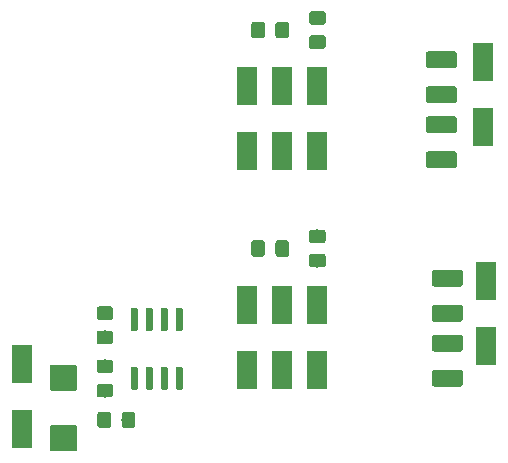
<source format=gbr>
G04 #@! TF.GenerationSoftware,KiCad,Pcbnew,5.1.4*
G04 #@! TF.CreationDate,2019-10-26T00:18:29-03:00*
G04 #@! TF.ProjectId,MCB19,4d434231-392e-46b6-9963-61645f706362,rev?*
G04 #@! TF.SameCoordinates,Original*
G04 #@! TF.FileFunction,Paste,Top*
G04 #@! TF.FilePolarity,Positive*
%FSLAX46Y46*%
G04 Gerber Fmt 4.6, Leading zero omitted, Abs format (unit mm)*
G04 Created by KiCad (PCBNEW 5.1.4) date 2019-10-26 00:18:29*
%MOMM*%
%LPD*%
G04 APERTURE LIST*
%ADD10C,0.100000*%
%ADD11C,1.425000*%
%ADD12R,1.700000X3.300000*%
%ADD13C,0.600000*%
%ADD14C,1.150000*%
%ADD15C,2.250000*%
G04 APERTURE END LIST*
D10*
G36*
X122599504Y-73776204D02*
G01*
X122623773Y-73779804D01*
X122647571Y-73785765D01*
X122670671Y-73794030D01*
X122692849Y-73804520D01*
X122713893Y-73817133D01*
X122733598Y-73831747D01*
X122751777Y-73848223D01*
X122768253Y-73866402D01*
X122782867Y-73886107D01*
X122795480Y-73907151D01*
X122805970Y-73929329D01*
X122814235Y-73952429D01*
X122820196Y-73976227D01*
X122823796Y-74000496D01*
X122825000Y-74025000D01*
X122825000Y-74950000D01*
X122823796Y-74974504D01*
X122820196Y-74998773D01*
X122814235Y-75022571D01*
X122805970Y-75045671D01*
X122795480Y-75067849D01*
X122782867Y-75088893D01*
X122768253Y-75108598D01*
X122751777Y-75126777D01*
X122733598Y-75143253D01*
X122713893Y-75157867D01*
X122692849Y-75170480D01*
X122670671Y-75180970D01*
X122647571Y-75189235D01*
X122623773Y-75195196D01*
X122599504Y-75198796D01*
X122575000Y-75200000D01*
X120425000Y-75200000D01*
X120400496Y-75198796D01*
X120376227Y-75195196D01*
X120352429Y-75189235D01*
X120329329Y-75180970D01*
X120307151Y-75170480D01*
X120286107Y-75157867D01*
X120266402Y-75143253D01*
X120248223Y-75126777D01*
X120231747Y-75108598D01*
X120217133Y-75088893D01*
X120204520Y-75067849D01*
X120194030Y-75045671D01*
X120185765Y-75022571D01*
X120179804Y-74998773D01*
X120176204Y-74974504D01*
X120175000Y-74950000D01*
X120175000Y-74025000D01*
X120176204Y-74000496D01*
X120179804Y-73976227D01*
X120185765Y-73952429D01*
X120194030Y-73929329D01*
X120204520Y-73907151D01*
X120217133Y-73886107D01*
X120231747Y-73866402D01*
X120248223Y-73848223D01*
X120266402Y-73831747D01*
X120286107Y-73817133D01*
X120307151Y-73804520D01*
X120329329Y-73794030D01*
X120352429Y-73785765D01*
X120376227Y-73779804D01*
X120400496Y-73776204D01*
X120425000Y-73775000D01*
X122575000Y-73775000D01*
X122599504Y-73776204D01*
X122599504Y-73776204D01*
G37*
D11*
X121500000Y-74487500D03*
D10*
G36*
X122599504Y-70801204D02*
G01*
X122623773Y-70804804D01*
X122647571Y-70810765D01*
X122670671Y-70819030D01*
X122692849Y-70829520D01*
X122713893Y-70842133D01*
X122733598Y-70856747D01*
X122751777Y-70873223D01*
X122768253Y-70891402D01*
X122782867Y-70911107D01*
X122795480Y-70932151D01*
X122805970Y-70954329D01*
X122814235Y-70977429D01*
X122820196Y-71001227D01*
X122823796Y-71025496D01*
X122825000Y-71050000D01*
X122825000Y-71975000D01*
X122823796Y-71999504D01*
X122820196Y-72023773D01*
X122814235Y-72047571D01*
X122805970Y-72070671D01*
X122795480Y-72092849D01*
X122782867Y-72113893D01*
X122768253Y-72133598D01*
X122751777Y-72151777D01*
X122733598Y-72168253D01*
X122713893Y-72182867D01*
X122692849Y-72195480D01*
X122670671Y-72205970D01*
X122647571Y-72214235D01*
X122623773Y-72220196D01*
X122599504Y-72223796D01*
X122575000Y-72225000D01*
X120425000Y-72225000D01*
X120400496Y-72223796D01*
X120376227Y-72220196D01*
X120352429Y-72214235D01*
X120329329Y-72205970D01*
X120307151Y-72195480D01*
X120286107Y-72182867D01*
X120266402Y-72168253D01*
X120248223Y-72151777D01*
X120231747Y-72133598D01*
X120217133Y-72113893D01*
X120204520Y-72092849D01*
X120194030Y-72070671D01*
X120185765Y-72047571D01*
X120179804Y-72023773D01*
X120176204Y-71999504D01*
X120175000Y-71975000D01*
X120175000Y-71050000D01*
X120176204Y-71025496D01*
X120179804Y-71001227D01*
X120185765Y-70977429D01*
X120194030Y-70954329D01*
X120204520Y-70932151D01*
X120217133Y-70911107D01*
X120231747Y-70891402D01*
X120248223Y-70873223D01*
X120266402Y-70856747D01*
X120286107Y-70842133D01*
X120307151Y-70829520D01*
X120329329Y-70819030D01*
X120352429Y-70810765D01*
X120376227Y-70804804D01*
X120400496Y-70801204D01*
X120425000Y-70800000D01*
X122575000Y-70800000D01*
X122599504Y-70801204D01*
X122599504Y-70801204D01*
G37*
D11*
X121500000Y-71512500D03*
D10*
G36*
X123099504Y-92276204D02*
G01*
X123123773Y-92279804D01*
X123147571Y-92285765D01*
X123170671Y-92294030D01*
X123192849Y-92304520D01*
X123213893Y-92317133D01*
X123233598Y-92331747D01*
X123251777Y-92348223D01*
X123268253Y-92366402D01*
X123282867Y-92386107D01*
X123295480Y-92407151D01*
X123305970Y-92429329D01*
X123314235Y-92452429D01*
X123320196Y-92476227D01*
X123323796Y-92500496D01*
X123325000Y-92525000D01*
X123325000Y-93450000D01*
X123323796Y-93474504D01*
X123320196Y-93498773D01*
X123314235Y-93522571D01*
X123305970Y-93545671D01*
X123295480Y-93567849D01*
X123282867Y-93588893D01*
X123268253Y-93608598D01*
X123251777Y-93626777D01*
X123233598Y-93643253D01*
X123213893Y-93657867D01*
X123192849Y-93670480D01*
X123170671Y-93680970D01*
X123147571Y-93689235D01*
X123123773Y-93695196D01*
X123099504Y-93698796D01*
X123075000Y-93700000D01*
X120925000Y-93700000D01*
X120900496Y-93698796D01*
X120876227Y-93695196D01*
X120852429Y-93689235D01*
X120829329Y-93680970D01*
X120807151Y-93670480D01*
X120786107Y-93657867D01*
X120766402Y-93643253D01*
X120748223Y-93626777D01*
X120731747Y-93608598D01*
X120717133Y-93588893D01*
X120704520Y-93567849D01*
X120694030Y-93545671D01*
X120685765Y-93522571D01*
X120679804Y-93498773D01*
X120676204Y-93474504D01*
X120675000Y-93450000D01*
X120675000Y-92525000D01*
X120676204Y-92500496D01*
X120679804Y-92476227D01*
X120685765Y-92452429D01*
X120694030Y-92429329D01*
X120704520Y-92407151D01*
X120717133Y-92386107D01*
X120731747Y-92366402D01*
X120748223Y-92348223D01*
X120766402Y-92331747D01*
X120786107Y-92317133D01*
X120807151Y-92304520D01*
X120829329Y-92294030D01*
X120852429Y-92285765D01*
X120876227Y-92279804D01*
X120900496Y-92276204D01*
X120925000Y-92275000D01*
X123075000Y-92275000D01*
X123099504Y-92276204D01*
X123099504Y-92276204D01*
G37*
D11*
X122000000Y-92987500D03*
D10*
G36*
X123099504Y-89301204D02*
G01*
X123123773Y-89304804D01*
X123147571Y-89310765D01*
X123170671Y-89319030D01*
X123192849Y-89329520D01*
X123213893Y-89342133D01*
X123233598Y-89356747D01*
X123251777Y-89373223D01*
X123268253Y-89391402D01*
X123282867Y-89411107D01*
X123295480Y-89432151D01*
X123305970Y-89454329D01*
X123314235Y-89477429D01*
X123320196Y-89501227D01*
X123323796Y-89525496D01*
X123325000Y-89550000D01*
X123325000Y-90475000D01*
X123323796Y-90499504D01*
X123320196Y-90523773D01*
X123314235Y-90547571D01*
X123305970Y-90570671D01*
X123295480Y-90592849D01*
X123282867Y-90613893D01*
X123268253Y-90633598D01*
X123251777Y-90651777D01*
X123233598Y-90668253D01*
X123213893Y-90682867D01*
X123192849Y-90695480D01*
X123170671Y-90705970D01*
X123147571Y-90714235D01*
X123123773Y-90720196D01*
X123099504Y-90723796D01*
X123075000Y-90725000D01*
X120925000Y-90725000D01*
X120900496Y-90723796D01*
X120876227Y-90720196D01*
X120852429Y-90714235D01*
X120829329Y-90705970D01*
X120807151Y-90695480D01*
X120786107Y-90682867D01*
X120766402Y-90668253D01*
X120748223Y-90651777D01*
X120731747Y-90633598D01*
X120717133Y-90613893D01*
X120704520Y-90592849D01*
X120694030Y-90570671D01*
X120685765Y-90547571D01*
X120679804Y-90523773D01*
X120676204Y-90499504D01*
X120675000Y-90475000D01*
X120675000Y-89550000D01*
X120676204Y-89525496D01*
X120679804Y-89501227D01*
X120685765Y-89477429D01*
X120694030Y-89454329D01*
X120704520Y-89432151D01*
X120717133Y-89411107D01*
X120731747Y-89391402D01*
X120748223Y-89373223D01*
X120766402Y-89356747D01*
X120786107Y-89342133D01*
X120807151Y-89329520D01*
X120829329Y-89319030D01*
X120852429Y-89310765D01*
X120876227Y-89304804D01*
X120900496Y-89301204D01*
X120925000Y-89300000D01*
X123075000Y-89300000D01*
X123099504Y-89301204D01*
X123099504Y-89301204D01*
G37*
D11*
X122000000Y-90012500D03*
D10*
G36*
X123099504Y-83801204D02*
G01*
X123123773Y-83804804D01*
X123147571Y-83810765D01*
X123170671Y-83819030D01*
X123192849Y-83829520D01*
X123213893Y-83842133D01*
X123233598Y-83856747D01*
X123251777Y-83873223D01*
X123268253Y-83891402D01*
X123282867Y-83911107D01*
X123295480Y-83932151D01*
X123305970Y-83954329D01*
X123314235Y-83977429D01*
X123320196Y-84001227D01*
X123323796Y-84025496D01*
X123325000Y-84050000D01*
X123325000Y-84975000D01*
X123323796Y-84999504D01*
X123320196Y-85023773D01*
X123314235Y-85047571D01*
X123305970Y-85070671D01*
X123295480Y-85092849D01*
X123282867Y-85113893D01*
X123268253Y-85133598D01*
X123251777Y-85151777D01*
X123233598Y-85168253D01*
X123213893Y-85182867D01*
X123192849Y-85195480D01*
X123170671Y-85205970D01*
X123147571Y-85214235D01*
X123123773Y-85220196D01*
X123099504Y-85223796D01*
X123075000Y-85225000D01*
X120925000Y-85225000D01*
X120900496Y-85223796D01*
X120876227Y-85220196D01*
X120852429Y-85214235D01*
X120829329Y-85205970D01*
X120807151Y-85195480D01*
X120786107Y-85182867D01*
X120766402Y-85168253D01*
X120748223Y-85151777D01*
X120731747Y-85133598D01*
X120717133Y-85113893D01*
X120704520Y-85092849D01*
X120694030Y-85070671D01*
X120685765Y-85047571D01*
X120679804Y-85023773D01*
X120676204Y-84999504D01*
X120675000Y-84975000D01*
X120675000Y-84050000D01*
X120676204Y-84025496D01*
X120679804Y-84001227D01*
X120685765Y-83977429D01*
X120694030Y-83954329D01*
X120704520Y-83932151D01*
X120717133Y-83911107D01*
X120731747Y-83891402D01*
X120748223Y-83873223D01*
X120766402Y-83856747D01*
X120786107Y-83842133D01*
X120807151Y-83829520D01*
X120829329Y-83819030D01*
X120852429Y-83810765D01*
X120876227Y-83804804D01*
X120900496Y-83801204D01*
X120925000Y-83800000D01*
X123075000Y-83800000D01*
X123099504Y-83801204D01*
X123099504Y-83801204D01*
G37*
D11*
X122000000Y-84512500D03*
D10*
G36*
X123099504Y-86776204D02*
G01*
X123123773Y-86779804D01*
X123147571Y-86785765D01*
X123170671Y-86794030D01*
X123192849Y-86804520D01*
X123213893Y-86817133D01*
X123233598Y-86831747D01*
X123251777Y-86848223D01*
X123268253Y-86866402D01*
X123282867Y-86886107D01*
X123295480Y-86907151D01*
X123305970Y-86929329D01*
X123314235Y-86952429D01*
X123320196Y-86976227D01*
X123323796Y-87000496D01*
X123325000Y-87025000D01*
X123325000Y-87950000D01*
X123323796Y-87974504D01*
X123320196Y-87998773D01*
X123314235Y-88022571D01*
X123305970Y-88045671D01*
X123295480Y-88067849D01*
X123282867Y-88088893D01*
X123268253Y-88108598D01*
X123251777Y-88126777D01*
X123233598Y-88143253D01*
X123213893Y-88157867D01*
X123192849Y-88170480D01*
X123170671Y-88180970D01*
X123147571Y-88189235D01*
X123123773Y-88195196D01*
X123099504Y-88198796D01*
X123075000Y-88200000D01*
X120925000Y-88200000D01*
X120900496Y-88198796D01*
X120876227Y-88195196D01*
X120852429Y-88189235D01*
X120829329Y-88180970D01*
X120807151Y-88170480D01*
X120786107Y-88157867D01*
X120766402Y-88143253D01*
X120748223Y-88126777D01*
X120731747Y-88108598D01*
X120717133Y-88088893D01*
X120704520Y-88067849D01*
X120694030Y-88045671D01*
X120685765Y-88022571D01*
X120679804Y-87998773D01*
X120676204Y-87974504D01*
X120675000Y-87950000D01*
X120675000Y-87025000D01*
X120676204Y-87000496D01*
X120679804Y-86976227D01*
X120685765Y-86952429D01*
X120694030Y-86929329D01*
X120704520Y-86907151D01*
X120717133Y-86886107D01*
X120731747Y-86866402D01*
X120748223Y-86848223D01*
X120766402Y-86831747D01*
X120786107Y-86817133D01*
X120807151Y-86804520D01*
X120829329Y-86794030D01*
X120852429Y-86785765D01*
X120876227Y-86779804D01*
X120900496Y-86776204D01*
X120925000Y-86775000D01*
X123075000Y-86775000D01*
X123099504Y-86776204D01*
X123099504Y-86776204D01*
G37*
D11*
X122000000Y-87487500D03*
D10*
G36*
X122599504Y-65301204D02*
G01*
X122623773Y-65304804D01*
X122647571Y-65310765D01*
X122670671Y-65319030D01*
X122692849Y-65329520D01*
X122713893Y-65342133D01*
X122733598Y-65356747D01*
X122751777Y-65373223D01*
X122768253Y-65391402D01*
X122782867Y-65411107D01*
X122795480Y-65432151D01*
X122805970Y-65454329D01*
X122814235Y-65477429D01*
X122820196Y-65501227D01*
X122823796Y-65525496D01*
X122825000Y-65550000D01*
X122825000Y-66475000D01*
X122823796Y-66499504D01*
X122820196Y-66523773D01*
X122814235Y-66547571D01*
X122805970Y-66570671D01*
X122795480Y-66592849D01*
X122782867Y-66613893D01*
X122768253Y-66633598D01*
X122751777Y-66651777D01*
X122733598Y-66668253D01*
X122713893Y-66682867D01*
X122692849Y-66695480D01*
X122670671Y-66705970D01*
X122647571Y-66714235D01*
X122623773Y-66720196D01*
X122599504Y-66723796D01*
X122575000Y-66725000D01*
X120425000Y-66725000D01*
X120400496Y-66723796D01*
X120376227Y-66720196D01*
X120352429Y-66714235D01*
X120329329Y-66705970D01*
X120307151Y-66695480D01*
X120286107Y-66682867D01*
X120266402Y-66668253D01*
X120248223Y-66651777D01*
X120231747Y-66633598D01*
X120217133Y-66613893D01*
X120204520Y-66592849D01*
X120194030Y-66570671D01*
X120185765Y-66547571D01*
X120179804Y-66523773D01*
X120176204Y-66499504D01*
X120175000Y-66475000D01*
X120175000Y-65550000D01*
X120176204Y-65525496D01*
X120179804Y-65501227D01*
X120185765Y-65477429D01*
X120194030Y-65454329D01*
X120204520Y-65432151D01*
X120217133Y-65411107D01*
X120231747Y-65391402D01*
X120248223Y-65373223D01*
X120266402Y-65356747D01*
X120286107Y-65342133D01*
X120307151Y-65329520D01*
X120329329Y-65319030D01*
X120352429Y-65310765D01*
X120376227Y-65304804D01*
X120400496Y-65301204D01*
X120425000Y-65300000D01*
X122575000Y-65300000D01*
X122599504Y-65301204D01*
X122599504Y-65301204D01*
G37*
D11*
X121500000Y-66012500D03*
D10*
G36*
X122599504Y-68276204D02*
G01*
X122623773Y-68279804D01*
X122647571Y-68285765D01*
X122670671Y-68294030D01*
X122692849Y-68304520D01*
X122713893Y-68317133D01*
X122733598Y-68331747D01*
X122751777Y-68348223D01*
X122768253Y-68366402D01*
X122782867Y-68386107D01*
X122795480Y-68407151D01*
X122805970Y-68429329D01*
X122814235Y-68452429D01*
X122820196Y-68476227D01*
X122823796Y-68500496D01*
X122825000Y-68525000D01*
X122825000Y-69450000D01*
X122823796Y-69474504D01*
X122820196Y-69498773D01*
X122814235Y-69522571D01*
X122805970Y-69545671D01*
X122795480Y-69567849D01*
X122782867Y-69588893D01*
X122768253Y-69608598D01*
X122751777Y-69626777D01*
X122733598Y-69643253D01*
X122713893Y-69657867D01*
X122692849Y-69670480D01*
X122670671Y-69680970D01*
X122647571Y-69689235D01*
X122623773Y-69695196D01*
X122599504Y-69698796D01*
X122575000Y-69700000D01*
X120425000Y-69700000D01*
X120400496Y-69698796D01*
X120376227Y-69695196D01*
X120352429Y-69689235D01*
X120329329Y-69680970D01*
X120307151Y-69670480D01*
X120286107Y-69657867D01*
X120266402Y-69643253D01*
X120248223Y-69626777D01*
X120231747Y-69608598D01*
X120217133Y-69588893D01*
X120204520Y-69567849D01*
X120194030Y-69545671D01*
X120185765Y-69522571D01*
X120179804Y-69498773D01*
X120176204Y-69474504D01*
X120175000Y-69450000D01*
X120175000Y-68525000D01*
X120176204Y-68500496D01*
X120179804Y-68476227D01*
X120185765Y-68452429D01*
X120194030Y-68429329D01*
X120204520Y-68407151D01*
X120217133Y-68386107D01*
X120231747Y-68366402D01*
X120248223Y-68348223D01*
X120266402Y-68331747D01*
X120286107Y-68317133D01*
X120307151Y-68304520D01*
X120329329Y-68294030D01*
X120352429Y-68285765D01*
X120376227Y-68279804D01*
X120400496Y-68276204D01*
X120425000Y-68275000D01*
X122575000Y-68275000D01*
X122599504Y-68276204D01*
X122599504Y-68276204D01*
G37*
D11*
X121500000Y-68987500D03*
D12*
X105000000Y-92250000D03*
X105000000Y-86750000D03*
D10*
G36*
X99454703Y-92000722D02*
G01*
X99469264Y-92002882D01*
X99483543Y-92006459D01*
X99497403Y-92011418D01*
X99510710Y-92017712D01*
X99523336Y-92025280D01*
X99535159Y-92034048D01*
X99546066Y-92043934D01*
X99555952Y-92054841D01*
X99564720Y-92066664D01*
X99572288Y-92079290D01*
X99578582Y-92092597D01*
X99583541Y-92106457D01*
X99587118Y-92120736D01*
X99589278Y-92135297D01*
X99590000Y-92150000D01*
X99590000Y-93800000D01*
X99589278Y-93814703D01*
X99587118Y-93829264D01*
X99583541Y-93843543D01*
X99578582Y-93857403D01*
X99572288Y-93870710D01*
X99564720Y-93883336D01*
X99555952Y-93895159D01*
X99546066Y-93906066D01*
X99535159Y-93915952D01*
X99523336Y-93924720D01*
X99510710Y-93932288D01*
X99497403Y-93938582D01*
X99483543Y-93943541D01*
X99469264Y-93947118D01*
X99454703Y-93949278D01*
X99440000Y-93950000D01*
X99140000Y-93950000D01*
X99125297Y-93949278D01*
X99110736Y-93947118D01*
X99096457Y-93943541D01*
X99082597Y-93938582D01*
X99069290Y-93932288D01*
X99056664Y-93924720D01*
X99044841Y-93915952D01*
X99033934Y-93906066D01*
X99024048Y-93895159D01*
X99015280Y-93883336D01*
X99007712Y-93870710D01*
X99001418Y-93857403D01*
X98996459Y-93843543D01*
X98992882Y-93829264D01*
X98990722Y-93814703D01*
X98990000Y-93800000D01*
X98990000Y-92150000D01*
X98990722Y-92135297D01*
X98992882Y-92120736D01*
X98996459Y-92106457D01*
X99001418Y-92092597D01*
X99007712Y-92079290D01*
X99015280Y-92066664D01*
X99024048Y-92054841D01*
X99033934Y-92043934D01*
X99044841Y-92034048D01*
X99056664Y-92025280D01*
X99069290Y-92017712D01*
X99082597Y-92011418D01*
X99096457Y-92006459D01*
X99110736Y-92002882D01*
X99125297Y-92000722D01*
X99140000Y-92000000D01*
X99440000Y-92000000D01*
X99454703Y-92000722D01*
X99454703Y-92000722D01*
G37*
D13*
X99290000Y-92975000D03*
D10*
G36*
X98184703Y-92000722D02*
G01*
X98199264Y-92002882D01*
X98213543Y-92006459D01*
X98227403Y-92011418D01*
X98240710Y-92017712D01*
X98253336Y-92025280D01*
X98265159Y-92034048D01*
X98276066Y-92043934D01*
X98285952Y-92054841D01*
X98294720Y-92066664D01*
X98302288Y-92079290D01*
X98308582Y-92092597D01*
X98313541Y-92106457D01*
X98317118Y-92120736D01*
X98319278Y-92135297D01*
X98320000Y-92150000D01*
X98320000Y-93800000D01*
X98319278Y-93814703D01*
X98317118Y-93829264D01*
X98313541Y-93843543D01*
X98308582Y-93857403D01*
X98302288Y-93870710D01*
X98294720Y-93883336D01*
X98285952Y-93895159D01*
X98276066Y-93906066D01*
X98265159Y-93915952D01*
X98253336Y-93924720D01*
X98240710Y-93932288D01*
X98227403Y-93938582D01*
X98213543Y-93943541D01*
X98199264Y-93947118D01*
X98184703Y-93949278D01*
X98170000Y-93950000D01*
X97870000Y-93950000D01*
X97855297Y-93949278D01*
X97840736Y-93947118D01*
X97826457Y-93943541D01*
X97812597Y-93938582D01*
X97799290Y-93932288D01*
X97786664Y-93924720D01*
X97774841Y-93915952D01*
X97763934Y-93906066D01*
X97754048Y-93895159D01*
X97745280Y-93883336D01*
X97737712Y-93870710D01*
X97731418Y-93857403D01*
X97726459Y-93843543D01*
X97722882Y-93829264D01*
X97720722Y-93814703D01*
X97720000Y-93800000D01*
X97720000Y-92150000D01*
X97720722Y-92135297D01*
X97722882Y-92120736D01*
X97726459Y-92106457D01*
X97731418Y-92092597D01*
X97737712Y-92079290D01*
X97745280Y-92066664D01*
X97754048Y-92054841D01*
X97763934Y-92043934D01*
X97774841Y-92034048D01*
X97786664Y-92025280D01*
X97799290Y-92017712D01*
X97812597Y-92011418D01*
X97826457Y-92006459D01*
X97840736Y-92002882D01*
X97855297Y-92000722D01*
X97870000Y-92000000D01*
X98170000Y-92000000D01*
X98184703Y-92000722D01*
X98184703Y-92000722D01*
G37*
D13*
X98020000Y-92975000D03*
D10*
G36*
X96914703Y-92000722D02*
G01*
X96929264Y-92002882D01*
X96943543Y-92006459D01*
X96957403Y-92011418D01*
X96970710Y-92017712D01*
X96983336Y-92025280D01*
X96995159Y-92034048D01*
X97006066Y-92043934D01*
X97015952Y-92054841D01*
X97024720Y-92066664D01*
X97032288Y-92079290D01*
X97038582Y-92092597D01*
X97043541Y-92106457D01*
X97047118Y-92120736D01*
X97049278Y-92135297D01*
X97050000Y-92150000D01*
X97050000Y-93800000D01*
X97049278Y-93814703D01*
X97047118Y-93829264D01*
X97043541Y-93843543D01*
X97038582Y-93857403D01*
X97032288Y-93870710D01*
X97024720Y-93883336D01*
X97015952Y-93895159D01*
X97006066Y-93906066D01*
X96995159Y-93915952D01*
X96983336Y-93924720D01*
X96970710Y-93932288D01*
X96957403Y-93938582D01*
X96943543Y-93943541D01*
X96929264Y-93947118D01*
X96914703Y-93949278D01*
X96900000Y-93950000D01*
X96600000Y-93950000D01*
X96585297Y-93949278D01*
X96570736Y-93947118D01*
X96556457Y-93943541D01*
X96542597Y-93938582D01*
X96529290Y-93932288D01*
X96516664Y-93924720D01*
X96504841Y-93915952D01*
X96493934Y-93906066D01*
X96484048Y-93895159D01*
X96475280Y-93883336D01*
X96467712Y-93870710D01*
X96461418Y-93857403D01*
X96456459Y-93843543D01*
X96452882Y-93829264D01*
X96450722Y-93814703D01*
X96450000Y-93800000D01*
X96450000Y-92150000D01*
X96450722Y-92135297D01*
X96452882Y-92120736D01*
X96456459Y-92106457D01*
X96461418Y-92092597D01*
X96467712Y-92079290D01*
X96475280Y-92066664D01*
X96484048Y-92054841D01*
X96493934Y-92043934D01*
X96504841Y-92034048D01*
X96516664Y-92025280D01*
X96529290Y-92017712D01*
X96542597Y-92011418D01*
X96556457Y-92006459D01*
X96570736Y-92002882D01*
X96585297Y-92000722D01*
X96600000Y-92000000D01*
X96900000Y-92000000D01*
X96914703Y-92000722D01*
X96914703Y-92000722D01*
G37*
D13*
X96750000Y-92975000D03*
D10*
G36*
X95644703Y-92000722D02*
G01*
X95659264Y-92002882D01*
X95673543Y-92006459D01*
X95687403Y-92011418D01*
X95700710Y-92017712D01*
X95713336Y-92025280D01*
X95725159Y-92034048D01*
X95736066Y-92043934D01*
X95745952Y-92054841D01*
X95754720Y-92066664D01*
X95762288Y-92079290D01*
X95768582Y-92092597D01*
X95773541Y-92106457D01*
X95777118Y-92120736D01*
X95779278Y-92135297D01*
X95780000Y-92150000D01*
X95780000Y-93800000D01*
X95779278Y-93814703D01*
X95777118Y-93829264D01*
X95773541Y-93843543D01*
X95768582Y-93857403D01*
X95762288Y-93870710D01*
X95754720Y-93883336D01*
X95745952Y-93895159D01*
X95736066Y-93906066D01*
X95725159Y-93915952D01*
X95713336Y-93924720D01*
X95700710Y-93932288D01*
X95687403Y-93938582D01*
X95673543Y-93943541D01*
X95659264Y-93947118D01*
X95644703Y-93949278D01*
X95630000Y-93950000D01*
X95330000Y-93950000D01*
X95315297Y-93949278D01*
X95300736Y-93947118D01*
X95286457Y-93943541D01*
X95272597Y-93938582D01*
X95259290Y-93932288D01*
X95246664Y-93924720D01*
X95234841Y-93915952D01*
X95223934Y-93906066D01*
X95214048Y-93895159D01*
X95205280Y-93883336D01*
X95197712Y-93870710D01*
X95191418Y-93857403D01*
X95186459Y-93843543D01*
X95182882Y-93829264D01*
X95180722Y-93814703D01*
X95180000Y-93800000D01*
X95180000Y-92150000D01*
X95180722Y-92135297D01*
X95182882Y-92120736D01*
X95186459Y-92106457D01*
X95191418Y-92092597D01*
X95197712Y-92079290D01*
X95205280Y-92066664D01*
X95214048Y-92054841D01*
X95223934Y-92043934D01*
X95234841Y-92034048D01*
X95246664Y-92025280D01*
X95259290Y-92017712D01*
X95272597Y-92011418D01*
X95286457Y-92006459D01*
X95300736Y-92002882D01*
X95315297Y-92000722D01*
X95330000Y-92000000D01*
X95630000Y-92000000D01*
X95644703Y-92000722D01*
X95644703Y-92000722D01*
G37*
D13*
X95480000Y-92975000D03*
D10*
G36*
X95644703Y-87050722D02*
G01*
X95659264Y-87052882D01*
X95673543Y-87056459D01*
X95687403Y-87061418D01*
X95700710Y-87067712D01*
X95713336Y-87075280D01*
X95725159Y-87084048D01*
X95736066Y-87093934D01*
X95745952Y-87104841D01*
X95754720Y-87116664D01*
X95762288Y-87129290D01*
X95768582Y-87142597D01*
X95773541Y-87156457D01*
X95777118Y-87170736D01*
X95779278Y-87185297D01*
X95780000Y-87200000D01*
X95780000Y-88850000D01*
X95779278Y-88864703D01*
X95777118Y-88879264D01*
X95773541Y-88893543D01*
X95768582Y-88907403D01*
X95762288Y-88920710D01*
X95754720Y-88933336D01*
X95745952Y-88945159D01*
X95736066Y-88956066D01*
X95725159Y-88965952D01*
X95713336Y-88974720D01*
X95700710Y-88982288D01*
X95687403Y-88988582D01*
X95673543Y-88993541D01*
X95659264Y-88997118D01*
X95644703Y-88999278D01*
X95630000Y-89000000D01*
X95330000Y-89000000D01*
X95315297Y-88999278D01*
X95300736Y-88997118D01*
X95286457Y-88993541D01*
X95272597Y-88988582D01*
X95259290Y-88982288D01*
X95246664Y-88974720D01*
X95234841Y-88965952D01*
X95223934Y-88956066D01*
X95214048Y-88945159D01*
X95205280Y-88933336D01*
X95197712Y-88920710D01*
X95191418Y-88907403D01*
X95186459Y-88893543D01*
X95182882Y-88879264D01*
X95180722Y-88864703D01*
X95180000Y-88850000D01*
X95180000Y-87200000D01*
X95180722Y-87185297D01*
X95182882Y-87170736D01*
X95186459Y-87156457D01*
X95191418Y-87142597D01*
X95197712Y-87129290D01*
X95205280Y-87116664D01*
X95214048Y-87104841D01*
X95223934Y-87093934D01*
X95234841Y-87084048D01*
X95246664Y-87075280D01*
X95259290Y-87067712D01*
X95272597Y-87061418D01*
X95286457Y-87056459D01*
X95300736Y-87052882D01*
X95315297Y-87050722D01*
X95330000Y-87050000D01*
X95630000Y-87050000D01*
X95644703Y-87050722D01*
X95644703Y-87050722D01*
G37*
D13*
X95480000Y-88025000D03*
D10*
G36*
X96914703Y-87050722D02*
G01*
X96929264Y-87052882D01*
X96943543Y-87056459D01*
X96957403Y-87061418D01*
X96970710Y-87067712D01*
X96983336Y-87075280D01*
X96995159Y-87084048D01*
X97006066Y-87093934D01*
X97015952Y-87104841D01*
X97024720Y-87116664D01*
X97032288Y-87129290D01*
X97038582Y-87142597D01*
X97043541Y-87156457D01*
X97047118Y-87170736D01*
X97049278Y-87185297D01*
X97050000Y-87200000D01*
X97050000Y-88850000D01*
X97049278Y-88864703D01*
X97047118Y-88879264D01*
X97043541Y-88893543D01*
X97038582Y-88907403D01*
X97032288Y-88920710D01*
X97024720Y-88933336D01*
X97015952Y-88945159D01*
X97006066Y-88956066D01*
X96995159Y-88965952D01*
X96983336Y-88974720D01*
X96970710Y-88982288D01*
X96957403Y-88988582D01*
X96943543Y-88993541D01*
X96929264Y-88997118D01*
X96914703Y-88999278D01*
X96900000Y-89000000D01*
X96600000Y-89000000D01*
X96585297Y-88999278D01*
X96570736Y-88997118D01*
X96556457Y-88993541D01*
X96542597Y-88988582D01*
X96529290Y-88982288D01*
X96516664Y-88974720D01*
X96504841Y-88965952D01*
X96493934Y-88956066D01*
X96484048Y-88945159D01*
X96475280Y-88933336D01*
X96467712Y-88920710D01*
X96461418Y-88907403D01*
X96456459Y-88893543D01*
X96452882Y-88879264D01*
X96450722Y-88864703D01*
X96450000Y-88850000D01*
X96450000Y-87200000D01*
X96450722Y-87185297D01*
X96452882Y-87170736D01*
X96456459Y-87156457D01*
X96461418Y-87142597D01*
X96467712Y-87129290D01*
X96475280Y-87116664D01*
X96484048Y-87104841D01*
X96493934Y-87093934D01*
X96504841Y-87084048D01*
X96516664Y-87075280D01*
X96529290Y-87067712D01*
X96542597Y-87061418D01*
X96556457Y-87056459D01*
X96570736Y-87052882D01*
X96585297Y-87050722D01*
X96600000Y-87050000D01*
X96900000Y-87050000D01*
X96914703Y-87050722D01*
X96914703Y-87050722D01*
G37*
D13*
X96750000Y-88025000D03*
D10*
G36*
X98184703Y-87050722D02*
G01*
X98199264Y-87052882D01*
X98213543Y-87056459D01*
X98227403Y-87061418D01*
X98240710Y-87067712D01*
X98253336Y-87075280D01*
X98265159Y-87084048D01*
X98276066Y-87093934D01*
X98285952Y-87104841D01*
X98294720Y-87116664D01*
X98302288Y-87129290D01*
X98308582Y-87142597D01*
X98313541Y-87156457D01*
X98317118Y-87170736D01*
X98319278Y-87185297D01*
X98320000Y-87200000D01*
X98320000Y-88850000D01*
X98319278Y-88864703D01*
X98317118Y-88879264D01*
X98313541Y-88893543D01*
X98308582Y-88907403D01*
X98302288Y-88920710D01*
X98294720Y-88933336D01*
X98285952Y-88945159D01*
X98276066Y-88956066D01*
X98265159Y-88965952D01*
X98253336Y-88974720D01*
X98240710Y-88982288D01*
X98227403Y-88988582D01*
X98213543Y-88993541D01*
X98199264Y-88997118D01*
X98184703Y-88999278D01*
X98170000Y-89000000D01*
X97870000Y-89000000D01*
X97855297Y-88999278D01*
X97840736Y-88997118D01*
X97826457Y-88993541D01*
X97812597Y-88988582D01*
X97799290Y-88982288D01*
X97786664Y-88974720D01*
X97774841Y-88965952D01*
X97763934Y-88956066D01*
X97754048Y-88945159D01*
X97745280Y-88933336D01*
X97737712Y-88920710D01*
X97731418Y-88907403D01*
X97726459Y-88893543D01*
X97722882Y-88879264D01*
X97720722Y-88864703D01*
X97720000Y-88850000D01*
X97720000Y-87200000D01*
X97720722Y-87185297D01*
X97722882Y-87170736D01*
X97726459Y-87156457D01*
X97731418Y-87142597D01*
X97737712Y-87129290D01*
X97745280Y-87116664D01*
X97754048Y-87104841D01*
X97763934Y-87093934D01*
X97774841Y-87084048D01*
X97786664Y-87075280D01*
X97799290Y-87067712D01*
X97812597Y-87061418D01*
X97826457Y-87056459D01*
X97840736Y-87052882D01*
X97855297Y-87050722D01*
X97870000Y-87050000D01*
X98170000Y-87050000D01*
X98184703Y-87050722D01*
X98184703Y-87050722D01*
G37*
D13*
X98020000Y-88025000D03*
D10*
G36*
X99454703Y-87050722D02*
G01*
X99469264Y-87052882D01*
X99483543Y-87056459D01*
X99497403Y-87061418D01*
X99510710Y-87067712D01*
X99523336Y-87075280D01*
X99535159Y-87084048D01*
X99546066Y-87093934D01*
X99555952Y-87104841D01*
X99564720Y-87116664D01*
X99572288Y-87129290D01*
X99578582Y-87142597D01*
X99583541Y-87156457D01*
X99587118Y-87170736D01*
X99589278Y-87185297D01*
X99590000Y-87200000D01*
X99590000Y-88850000D01*
X99589278Y-88864703D01*
X99587118Y-88879264D01*
X99583541Y-88893543D01*
X99578582Y-88907403D01*
X99572288Y-88920710D01*
X99564720Y-88933336D01*
X99555952Y-88945159D01*
X99546066Y-88956066D01*
X99535159Y-88965952D01*
X99523336Y-88974720D01*
X99510710Y-88982288D01*
X99497403Y-88988582D01*
X99483543Y-88993541D01*
X99469264Y-88997118D01*
X99454703Y-88999278D01*
X99440000Y-89000000D01*
X99140000Y-89000000D01*
X99125297Y-88999278D01*
X99110736Y-88997118D01*
X99096457Y-88993541D01*
X99082597Y-88988582D01*
X99069290Y-88982288D01*
X99056664Y-88974720D01*
X99044841Y-88965952D01*
X99033934Y-88956066D01*
X99024048Y-88945159D01*
X99015280Y-88933336D01*
X99007712Y-88920710D01*
X99001418Y-88907403D01*
X98996459Y-88893543D01*
X98992882Y-88879264D01*
X98990722Y-88864703D01*
X98990000Y-88850000D01*
X98990000Y-87200000D01*
X98990722Y-87185297D01*
X98992882Y-87170736D01*
X98996459Y-87156457D01*
X99001418Y-87142597D01*
X99007712Y-87129290D01*
X99015280Y-87116664D01*
X99024048Y-87104841D01*
X99033934Y-87093934D01*
X99044841Y-87084048D01*
X99056664Y-87075280D01*
X99069290Y-87067712D01*
X99082597Y-87061418D01*
X99096457Y-87056459D01*
X99110736Y-87052882D01*
X99125297Y-87050722D01*
X99140000Y-87050000D01*
X99440000Y-87050000D01*
X99454703Y-87050722D01*
X99454703Y-87050722D01*
G37*
D13*
X99290000Y-88025000D03*
D10*
G36*
X111474505Y-61901204D02*
G01*
X111498773Y-61904804D01*
X111522572Y-61910765D01*
X111545671Y-61919030D01*
X111567850Y-61929520D01*
X111588893Y-61942132D01*
X111608599Y-61956747D01*
X111626777Y-61973223D01*
X111643253Y-61991401D01*
X111657868Y-62011107D01*
X111670480Y-62032150D01*
X111680970Y-62054329D01*
X111689235Y-62077428D01*
X111695196Y-62101227D01*
X111698796Y-62125495D01*
X111700000Y-62149999D01*
X111700000Y-62800001D01*
X111698796Y-62824505D01*
X111695196Y-62848773D01*
X111689235Y-62872572D01*
X111680970Y-62895671D01*
X111670480Y-62917850D01*
X111657868Y-62938893D01*
X111643253Y-62958599D01*
X111626777Y-62976777D01*
X111608599Y-62993253D01*
X111588893Y-63007868D01*
X111567850Y-63020480D01*
X111545671Y-63030970D01*
X111522572Y-63039235D01*
X111498773Y-63045196D01*
X111474505Y-63048796D01*
X111450001Y-63050000D01*
X110549999Y-63050000D01*
X110525495Y-63048796D01*
X110501227Y-63045196D01*
X110477428Y-63039235D01*
X110454329Y-63030970D01*
X110432150Y-63020480D01*
X110411107Y-63007868D01*
X110391401Y-62993253D01*
X110373223Y-62976777D01*
X110356747Y-62958599D01*
X110342132Y-62938893D01*
X110329520Y-62917850D01*
X110319030Y-62895671D01*
X110310765Y-62872572D01*
X110304804Y-62848773D01*
X110301204Y-62824505D01*
X110300000Y-62800001D01*
X110300000Y-62149999D01*
X110301204Y-62125495D01*
X110304804Y-62101227D01*
X110310765Y-62077428D01*
X110319030Y-62054329D01*
X110329520Y-62032150D01*
X110342132Y-62011107D01*
X110356747Y-61991401D01*
X110373223Y-61973223D01*
X110391401Y-61956747D01*
X110411107Y-61942132D01*
X110432150Y-61929520D01*
X110454329Y-61919030D01*
X110477428Y-61910765D01*
X110501227Y-61904804D01*
X110525495Y-61901204D01*
X110549999Y-61900000D01*
X111450001Y-61900000D01*
X111474505Y-61901204D01*
X111474505Y-61901204D01*
G37*
D14*
X111000000Y-62475000D03*
D10*
G36*
X111474505Y-63951204D02*
G01*
X111498773Y-63954804D01*
X111522572Y-63960765D01*
X111545671Y-63969030D01*
X111567850Y-63979520D01*
X111588893Y-63992132D01*
X111608599Y-64006747D01*
X111626777Y-64023223D01*
X111643253Y-64041401D01*
X111657868Y-64061107D01*
X111670480Y-64082150D01*
X111680970Y-64104329D01*
X111689235Y-64127428D01*
X111695196Y-64151227D01*
X111698796Y-64175495D01*
X111700000Y-64199999D01*
X111700000Y-64850001D01*
X111698796Y-64874505D01*
X111695196Y-64898773D01*
X111689235Y-64922572D01*
X111680970Y-64945671D01*
X111670480Y-64967850D01*
X111657868Y-64988893D01*
X111643253Y-65008599D01*
X111626777Y-65026777D01*
X111608599Y-65043253D01*
X111588893Y-65057868D01*
X111567850Y-65070480D01*
X111545671Y-65080970D01*
X111522572Y-65089235D01*
X111498773Y-65095196D01*
X111474505Y-65098796D01*
X111450001Y-65100000D01*
X110549999Y-65100000D01*
X110525495Y-65098796D01*
X110501227Y-65095196D01*
X110477428Y-65089235D01*
X110454329Y-65080970D01*
X110432150Y-65070480D01*
X110411107Y-65057868D01*
X110391401Y-65043253D01*
X110373223Y-65026777D01*
X110356747Y-65008599D01*
X110342132Y-64988893D01*
X110329520Y-64967850D01*
X110319030Y-64945671D01*
X110310765Y-64922572D01*
X110304804Y-64898773D01*
X110301204Y-64874505D01*
X110300000Y-64850001D01*
X110300000Y-64199999D01*
X110301204Y-64175495D01*
X110304804Y-64151227D01*
X110310765Y-64127428D01*
X110319030Y-64104329D01*
X110329520Y-64082150D01*
X110342132Y-64061107D01*
X110356747Y-64041401D01*
X110373223Y-64023223D01*
X110391401Y-64006747D01*
X110411107Y-63992132D01*
X110432150Y-63979520D01*
X110454329Y-63969030D01*
X110477428Y-63960765D01*
X110501227Y-63954804D01*
X110525495Y-63951204D01*
X110549999Y-63950000D01*
X111450001Y-63950000D01*
X111474505Y-63951204D01*
X111474505Y-63951204D01*
G37*
D14*
X111000000Y-64525000D03*
D10*
G36*
X111474505Y-80401204D02*
G01*
X111498773Y-80404804D01*
X111522572Y-80410765D01*
X111545671Y-80419030D01*
X111567850Y-80429520D01*
X111588893Y-80442132D01*
X111608599Y-80456747D01*
X111626777Y-80473223D01*
X111643253Y-80491401D01*
X111657868Y-80511107D01*
X111670480Y-80532150D01*
X111680970Y-80554329D01*
X111689235Y-80577428D01*
X111695196Y-80601227D01*
X111698796Y-80625495D01*
X111700000Y-80649999D01*
X111700000Y-81300001D01*
X111698796Y-81324505D01*
X111695196Y-81348773D01*
X111689235Y-81372572D01*
X111680970Y-81395671D01*
X111670480Y-81417850D01*
X111657868Y-81438893D01*
X111643253Y-81458599D01*
X111626777Y-81476777D01*
X111608599Y-81493253D01*
X111588893Y-81507868D01*
X111567850Y-81520480D01*
X111545671Y-81530970D01*
X111522572Y-81539235D01*
X111498773Y-81545196D01*
X111474505Y-81548796D01*
X111450001Y-81550000D01*
X110549999Y-81550000D01*
X110525495Y-81548796D01*
X110501227Y-81545196D01*
X110477428Y-81539235D01*
X110454329Y-81530970D01*
X110432150Y-81520480D01*
X110411107Y-81507868D01*
X110391401Y-81493253D01*
X110373223Y-81476777D01*
X110356747Y-81458599D01*
X110342132Y-81438893D01*
X110329520Y-81417850D01*
X110319030Y-81395671D01*
X110310765Y-81372572D01*
X110304804Y-81348773D01*
X110301204Y-81324505D01*
X110300000Y-81300001D01*
X110300000Y-80649999D01*
X110301204Y-80625495D01*
X110304804Y-80601227D01*
X110310765Y-80577428D01*
X110319030Y-80554329D01*
X110329520Y-80532150D01*
X110342132Y-80511107D01*
X110356747Y-80491401D01*
X110373223Y-80473223D01*
X110391401Y-80456747D01*
X110411107Y-80442132D01*
X110432150Y-80429520D01*
X110454329Y-80419030D01*
X110477428Y-80410765D01*
X110501227Y-80404804D01*
X110525495Y-80401204D01*
X110549999Y-80400000D01*
X111450001Y-80400000D01*
X111474505Y-80401204D01*
X111474505Y-80401204D01*
G37*
D14*
X111000000Y-80975000D03*
D10*
G36*
X111474505Y-82451204D02*
G01*
X111498773Y-82454804D01*
X111522572Y-82460765D01*
X111545671Y-82469030D01*
X111567850Y-82479520D01*
X111588893Y-82492132D01*
X111608599Y-82506747D01*
X111626777Y-82523223D01*
X111643253Y-82541401D01*
X111657868Y-82561107D01*
X111670480Y-82582150D01*
X111680970Y-82604329D01*
X111689235Y-82627428D01*
X111695196Y-82651227D01*
X111698796Y-82675495D01*
X111700000Y-82699999D01*
X111700000Y-83350001D01*
X111698796Y-83374505D01*
X111695196Y-83398773D01*
X111689235Y-83422572D01*
X111680970Y-83445671D01*
X111670480Y-83467850D01*
X111657868Y-83488893D01*
X111643253Y-83508599D01*
X111626777Y-83526777D01*
X111608599Y-83543253D01*
X111588893Y-83557868D01*
X111567850Y-83570480D01*
X111545671Y-83580970D01*
X111522572Y-83589235D01*
X111498773Y-83595196D01*
X111474505Y-83598796D01*
X111450001Y-83600000D01*
X110549999Y-83600000D01*
X110525495Y-83598796D01*
X110501227Y-83595196D01*
X110477428Y-83589235D01*
X110454329Y-83580970D01*
X110432150Y-83570480D01*
X110411107Y-83557868D01*
X110391401Y-83543253D01*
X110373223Y-83526777D01*
X110356747Y-83508599D01*
X110342132Y-83488893D01*
X110329520Y-83467850D01*
X110319030Y-83445671D01*
X110310765Y-83422572D01*
X110304804Y-83398773D01*
X110301204Y-83374505D01*
X110300000Y-83350001D01*
X110300000Y-82699999D01*
X110301204Y-82675495D01*
X110304804Y-82651227D01*
X110310765Y-82627428D01*
X110319030Y-82604329D01*
X110329520Y-82582150D01*
X110342132Y-82561107D01*
X110356747Y-82541401D01*
X110373223Y-82523223D01*
X110391401Y-82506747D01*
X110411107Y-82492132D01*
X110432150Y-82479520D01*
X110454329Y-82469030D01*
X110477428Y-82460765D01*
X110501227Y-82454804D01*
X110525495Y-82451204D01*
X110549999Y-82450000D01*
X111450001Y-82450000D01*
X111474505Y-82451204D01*
X111474505Y-82451204D01*
G37*
D14*
X111000000Y-83025000D03*
D10*
G36*
X106324505Y-62801204D02*
G01*
X106348773Y-62804804D01*
X106372572Y-62810765D01*
X106395671Y-62819030D01*
X106417850Y-62829520D01*
X106438893Y-62842132D01*
X106458599Y-62856747D01*
X106476777Y-62873223D01*
X106493253Y-62891401D01*
X106507868Y-62911107D01*
X106520480Y-62932150D01*
X106530970Y-62954329D01*
X106539235Y-62977428D01*
X106545196Y-63001227D01*
X106548796Y-63025495D01*
X106550000Y-63049999D01*
X106550000Y-63950001D01*
X106548796Y-63974505D01*
X106545196Y-63998773D01*
X106539235Y-64022572D01*
X106530970Y-64045671D01*
X106520480Y-64067850D01*
X106507868Y-64088893D01*
X106493253Y-64108599D01*
X106476777Y-64126777D01*
X106458599Y-64143253D01*
X106438893Y-64157868D01*
X106417850Y-64170480D01*
X106395671Y-64180970D01*
X106372572Y-64189235D01*
X106348773Y-64195196D01*
X106324505Y-64198796D01*
X106300001Y-64200000D01*
X105649999Y-64200000D01*
X105625495Y-64198796D01*
X105601227Y-64195196D01*
X105577428Y-64189235D01*
X105554329Y-64180970D01*
X105532150Y-64170480D01*
X105511107Y-64157868D01*
X105491401Y-64143253D01*
X105473223Y-64126777D01*
X105456747Y-64108599D01*
X105442132Y-64088893D01*
X105429520Y-64067850D01*
X105419030Y-64045671D01*
X105410765Y-64022572D01*
X105404804Y-63998773D01*
X105401204Y-63974505D01*
X105400000Y-63950001D01*
X105400000Y-63049999D01*
X105401204Y-63025495D01*
X105404804Y-63001227D01*
X105410765Y-62977428D01*
X105419030Y-62954329D01*
X105429520Y-62932150D01*
X105442132Y-62911107D01*
X105456747Y-62891401D01*
X105473223Y-62873223D01*
X105491401Y-62856747D01*
X105511107Y-62842132D01*
X105532150Y-62829520D01*
X105554329Y-62819030D01*
X105577428Y-62810765D01*
X105601227Y-62804804D01*
X105625495Y-62801204D01*
X105649999Y-62800000D01*
X106300001Y-62800000D01*
X106324505Y-62801204D01*
X106324505Y-62801204D01*
G37*
D14*
X105975000Y-63500000D03*
D10*
G36*
X108374505Y-62801204D02*
G01*
X108398773Y-62804804D01*
X108422572Y-62810765D01*
X108445671Y-62819030D01*
X108467850Y-62829520D01*
X108488893Y-62842132D01*
X108508599Y-62856747D01*
X108526777Y-62873223D01*
X108543253Y-62891401D01*
X108557868Y-62911107D01*
X108570480Y-62932150D01*
X108580970Y-62954329D01*
X108589235Y-62977428D01*
X108595196Y-63001227D01*
X108598796Y-63025495D01*
X108600000Y-63049999D01*
X108600000Y-63950001D01*
X108598796Y-63974505D01*
X108595196Y-63998773D01*
X108589235Y-64022572D01*
X108580970Y-64045671D01*
X108570480Y-64067850D01*
X108557868Y-64088893D01*
X108543253Y-64108599D01*
X108526777Y-64126777D01*
X108508599Y-64143253D01*
X108488893Y-64157868D01*
X108467850Y-64170480D01*
X108445671Y-64180970D01*
X108422572Y-64189235D01*
X108398773Y-64195196D01*
X108374505Y-64198796D01*
X108350001Y-64200000D01*
X107699999Y-64200000D01*
X107675495Y-64198796D01*
X107651227Y-64195196D01*
X107627428Y-64189235D01*
X107604329Y-64180970D01*
X107582150Y-64170480D01*
X107561107Y-64157868D01*
X107541401Y-64143253D01*
X107523223Y-64126777D01*
X107506747Y-64108599D01*
X107492132Y-64088893D01*
X107479520Y-64067850D01*
X107469030Y-64045671D01*
X107460765Y-64022572D01*
X107454804Y-63998773D01*
X107451204Y-63974505D01*
X107450000Y-63950001D01*
X107450000Y-63049999D01*
X107451204Y-63025495D01*
X107454804Y-63001227D01*
X107460765Y-62977428D01*
X107469030Y-62954329D01*
X107479520Y-62932150D01*
X107492132Y-62911107D01*
X107506747Y-62891401D01*
X107523223Y-62873223D01*
X107541401Y-62856747D01*
X107561107Y-62842132D01*
X107582150Y-62829520D01*
X107604329Y-62819030D01*
X107627428Y-62810765D01*
X107651227Y-62804804D01*
X107675495Y-62801204D01*
X107699999Y-62800000D01*
X108350001Y-62800000D01*
X108374505Y-62801204D01*
X108374505Y-62801204D01*
G37*
D14*
X108025000Y-63500000D03*
D10*
G36*
X106324505Y-81301204D02*
G01*
X106348773Y-81304804D01*
X106372572Y-81310765D01*
X106395671Y-81319030D01*
X106417850Y-81329520D01*
X106438893Y-81342132D01*
X106458599Y-81356747D01*
X106476777Y-81373223D01*
X106493253Y-81391401D01*
X106507868Y-81411107D01*
X106520480Y-81432150D01*
X106530970Y-81454329D01*
X106539235Y-81477428D01*
X106545196Y-81501227D01*
X106548796Y-81525495D01*
X106550000Y-81549999D01*
X106550000Y-82450001D01*
X106548796Y-82474505D01*
X106545196Y-82498773D01*
X106539235Y-82522572D01*
X106530970Y-82545671D01*
X106520480Y-82567850D01*
X106507868Y-82588893D01*
X106493253Y-82608599D01*
X106476777Y-82626777D01*
X106458599Y-82643253D01*
X106438893Y-82657868D01*
X106417850Y-82670480D01*
X106395671Y-82680970D01*
X106372572Y-82689235D01*
X106348773Y-82695196D01*
X106324505Y-82698796D01*
X106300001Y-82700000D01*
X105649999Y-82700000D01*
X105625495Y-82698796D01*
X105601227Y-82695196D01*
X105577428Y-82689235D01*
X105554329Y-82680970D01*
X105532150Y-82670480D01*
X105511107Y-82657868D01*
X105491401Y-82643253D01*
X105473223Y-82626777D01*
X105456747Y-82608599D01*
X105442132Y-82588893D01*
X105429520Y-82567850D01*
X105419030Y-82545671D01*
X105410765Y-82522572D01*
X105404804Y-82498773D01*
X105401204Y-82474505D01*
X105400000Y-82450001D01*
X105400000Y-81549999D01*
X105401204Y-81525495D01*
X105404804Y-81501227D01*
X105410765Y-81477428D01*
X105419030Y-81454329D01*
X105429520Y-81432150D01*
X105442132Y-81411107D01*
X105456747Y-81391401D01*
X105473223Y-81373223D01*
X105491401Y-81356747D01*
X105511107Y-81342132D01*
X105532150Y-81329520D01*
X105554329Y-81319030D01*
X105577428Y-81310765D01*
X105601227Y-81304804D01*
X105625495Y-81301204D01*
X105649999Y-81300000D01*
X106300001Y-81300000D01*
X106324505Y-81301204D01*
X106324505Y-81301204D01*
G37*
D14*
X105975000Y-82000000D03*
D10*
G36*
X108374505Y-81301204D02*
G01*
X108398773Y-81304804D01*
X108422572Y-81310765D01*
X108445671Y-81319030D01*
X108467850Y-81329520D01*
X108488893Y-81342132D01*
X108508599Y-81356747D01*
X108526777Y-81373223D01*
X108543253Y-81391401D01*
X108557868Y-81411107D01*
X108570480Y-81432150D01*
X108580970Y-81454329D01*
X108589235Y-81477428D01*
X108595196Y-81501227D01*
X108598796Y-81525495D01*
X108600000Y-81549999D01*
X108600000Y-82450001D01*
X108598796Y-82474505D01*
X108595196Y-82498773D01*
X108589235Y-82522572D01*
X108580970Y-82545671D01*
X108570480Y-82567850D01*
X108557868Y-82588893D01*
X108543253Y-82608599D01*
X108526777Y-82626777D01*
X108508599Y-82643253D01*
X108488893Y-82657868D01*
X108467850Y-82670480D01*
X108445671Y-82680970D01*
X108422572Y-82689235D01*
X108398773Y-82695196D01*
X108374505Y-82698796D01*
X108350001Y-82700000D01*
X107699999Y-82700000D01*
X107675495Y-82698796D01*
X107651227Y-82695196D01*
X107627428Y-82689235D01*
X107604329Y-82680970D01*
X107582150Y-82670480D01*
X107561107Y-82657868D01*
X107541401Y-82643253D01*
X107523223Y-82626777D01*
X107506747Y-82608599D01*
X107492132Y-82588893D01*
X107479520Y-82567850D01*
X107469030Y-82545671D01*
X107460765Y-82522572D01*
X107454804Y-82498773D01*
X107451204Y-82474505D01*
X107450000Y-82450001D01*
X107450000Y-81549999D01*
X107451204Y-81525495D01*
X107454804Y-81501227D01*
X107460765Y-81477428D01*
X107469030Y-81454329D01*
X107479520Y-81432150D01*
X107492132Y-81411107D01*
X107506747Y-81391401D01*
X107523223Y-81373223D01*
X107541401Y-81356747D01*
X107561107Y-81342132D01*
X107582150Y-81329520D01*
X107604329Y-81319030D01*
X107627428Y-81310765D01*
X107651227Y-81304804D01*
X107675495Y-81301204D01*
X107699999Y-81300000D01*
X108350001Y-81300000D01*
X108374505Y-81301204D01*
X108374505Y-81301204D01*
G37*
D14*
X108025000Y-82000000D03*
D10*
G36*
X93299505Y-95801204D02*
G01*
X93323773Y-95804804D01*
X93347572Y-95810765D01*
X93370671Y-95819030D01*
X93392850Y-95829520D01*
X93413893Y-95842132D01*
X93433599Y-95856747D01*
X93451777Y-95873223D01*
X93468253Y-95891401D01*
X93482868Y-95911107D01*
X93495480Y-95932150D01*
X93505970Y-95954329D01*
X93514235Y-95977428D01*
X93520196Y-96001227D01*
X93523796Y-96025495D01*
X93525000Y-96049999D01*
X93525000Y-96950001D01*
X93523796Y-96974505D01*
X93520196Y-96998773D01*
X93514235Y-97022572D01*
X93505970Y-97045671D01*
X93495480Y-97067850D01*
X93482868Y-97088893D01*
X93468253Y-97108599D01*
X93451777Y-97126777D01*
X93433599Y-97143253D01*
X93413893Y-97157868D01*
X93392850Y-97170480D01*
X93370671Y-97180970D01*
X93347572Y-97189235D01*
X93323773Y-97195196D01*
X93299505Y-97198796D01*
X93275001Y-97200000D01*
X92624999Y-97200000D01*
X92600495Y-97198796D01*
X92576227Y-97195196D01*
X92552428Y-97189235D01*
X92529329Y-97180970D01*
X92507150Y-97170480D01*
X92486107Y-97157868D01*
X92466401Y-97143253D01*
X92448223Y-97126777D01*
X92431747Y-97108599D01*
X92417132Y-97088893D01*
X92404520Y-97067850D01*
X92394030Y-97045671D01*
X92385765Y-97022572D01*
X92379804Y-96998773D01*
X92376204Y-96974505D01*
X92375000Y-96950001D01*
X92375000Y-96049999D01*
X92376204Y-96025495D01*
X92379804Y-96001227D01*
X92385765Y-95977428D01*
X92394030Y-95954329D01*
X92404520Y-95932150D01*
X92417132Y-95911107D01*
X92431747Y-95891401D01*
X92448223Y-95873223D01*
X92466401Y-95856747D01*
X92486107Y-95842132D01*
X92507150Y-95829520D01*
X92529329Y-95819030D01*
X92552428Y-95810765D01*
X92576227Y-95804804D01*
X92600495Y-95801204D01*
X92624999Y-95800000D01*
X93275001Y-95800000D01*
X93299505Y-95801204D01*
X93299505Y-95801204D01*
G37*
D14*
X92950000Y-96500000D03*
D10*
G36*
X95349505Y-95801204D02*
G01*
X95373773Y-95804804D01*
X95397572Y-95810765D01*
X95420671Y-95819030D01*
X95442850Y-95829520D01*
X95463893Y-95842132D01*
X95483599Y-95856747D01*
X95501777Y-95873223D01*
X95518253Y-95891401D01*
X95532868Y-95911107D01*
X95545480Y-95932150D01*
X95555970Y-95954329D01*
X95564235Y-95977428D01*
X95570196Y-96001227D01*
X95573796Y-96025495D01*
X95575000Y-96049999D01*
X95575000Y-96950001D01*
X95573796Y-96974505D01*
X95570196Y-96998773D01*
X95564235Y-97022572D01*
X95555970Y-97045671D01*
X95545480Y-97067850D01*
X95532868Y-97088893D01*
X95518253Y-97108599D01*
X95501777Y-97126777D01*
X95483599Y-97143253D01*
X95463893Y-97157868D01*
X95442850Y-97170480D01*
X95420671Y-97180970D01*
X95397572Y-97189235D01*
X95373773Y-97195196D01*
X95349505Y-97198796D01*
X95325001Y-97200000D01*
X94674999Y-97200000D01*
X94650495Y-97198796D01*
X94626227Y-97195196D01*
X94602428Y-97189235D01*
X94579329Y-97180970D01*
X94557150Y-97170480D01*
X94536107Y-97157868D01*
X94516401Y-97143253D01*
X94498223Y-97126777D01*
X94481747Y-97108599D01*
X94467132Y-97088893D01*
X94454520Y-97067850D01*
X94444030Y-97045671D01*
X94435765Y-97022572D01*
X94429804Y-96998773D01*
X94426204Y-96974505D01*
X94425000Y-96950001D01*
X94425000Y-96049999D01*
X94426204Y-96025495D01*
X94429804Y-96001227D01*
X94435765Y-95977428D01*
X94444030Y-95954329D01*
X94454520Y-95932150D01*
X94467132Y-95911107D01*
X94481747Y-95891401D01*
X94498223Y-95873223D01*
X94516401Y-95856747D01*
X94536107Y-95842132D01*
X94557150Y-95829520D01*
X94579329Y-95819030D01*
X94602428Y-95810765D01*
X94626227Y-95804804D01*
X94650495Y-95801204D01*
X94674999Y-95800000D01*
X95325001Y-95800000D01*
X95349505Y-95801204D01*
X95349505Y-95801204D01*
G37*
D14*
X95000000Y-96500000D03*
D12*
X111000000Y-68250000D03*
X111000000Y-73750000D03*
X108000000Y-68250000D03*
X108000000Y-73750000D03*
X111000000Y-92250000D03*
X111000000Y-86750000D03*
X108000000Y-86750000D03*
X108000000Y-92250000D03*
X125250000Y-90250000D03*
X125250000Y-84750000D03*
X125000000Y-66250000D03*
X125000000Y-71750000D03*
X105000000Y-73750000D03*
X105000000Y-68250000D03*
X86000000Y-97250000D03*
X86000000Y-91750000D03*
D10*
G36*
X93474505Y-93451204D02*
G01*
X93498773Y-93454804D01*
X93522572Y-93460765D01*
X93545671Y-93469030D01*
X93567850Y-93479520D01*
X93588893Y-93492132D01*
X93608599Y-93506747D01*
X93626777Y-93523223D01*
X93643253Y-93541401D01*
X93657868Y-93561107D01*
X93670480Y-93582150D01*
X93680970Y-93604329D01*
X93689235Y-93627428D01*
X93695196Y-93651227D01*
X93698796Y-93675495D01*
X93700000Y-93699999D01*
X93700000Y-94350001D01*
X93698796Y-94374505D01*
X93695196Y-94398773D01*
X93689235Y-94422572D01*
X93680970Y-94445671D01*
X93670480Y-94467850D01*
X93657868Y-94488893D01*
X93643253Y-94508599D01*
X93626777Y-94526777D01*
X93608599Y-94543253D01*
X93588893Y-94557868D01*
X93567850Y-94570480D01*
X93545671Y-94580970D01*
X93522572Y-94589235D01*
X93498773Y-94595196D01*
X93474505Y-94598796D01*
X93450001Y-94600000D01*
X92549999Y-94600000D01*
X92525495Y-94598796D01*
X92501227Y-94595196D01*
X92477428Y-94589235D01*
X92454329Y-94580970D01*
X92432150Y-94570480D01*
X92411107Y-94557868D01*
X92391401Y-94543253D01*
X92373223Y-94526777D01*
X92356747Y-94508599D01*
X92342132Y-94488893D01*
X92329520Y-94467850D01*
X92319030Y-94445671D01*
X92310765Y-94422572D01*
X92304804Y-94398773D01*
X92301204Y-94374505D01*
X92300000Y-94350001D01*
X92300000Y-93699999D01*
X92301204Y-93675495D01*
X92304804Y-93651227D01*
X92310765Y-93627428D01*
X92319030Y-93604329D01*
X92329520Y-93582150D01*
X92342132Y-93561107D01*
X92356747Y-93541401D01*
X92373223Y-93523223D01*
X92391401Y-93506747D01*
X92411107Y-93492132D01*
X92432150Y-93479520D01*
X92454329Y-93469030D01*
X92477428Y-93460765D01*
X92501227Y-93454804D01*
X92525495Y-93451204D01*
X92549999Y-93450000D01*
X93450001Y-93450000D01*
X93474505Y-93451204D01*
X93474505Y-93451204D01*
G37*
D14*
X93000000Y-94025000D03*
D10*
G36*
X93474505Y-91401204D02*
G01*
X93498773Y-91404804D01*
X93522572Y-91410765D01*
X93545671Y-91419030D01*
X93567850Y-91429520D01*
X93588893Y-91442132D01*
X93608599Y-91456747D01*
X93626777Y-91473223D01*
X93643253Y-91491401D01*
X93657868Y-91511107D01*
X93670480Y-91532150D01*
X93680970Y-91554329D01*
X93689235Y-91577428D01*
X93695196Y-91601227D01*
X93698796Y-91625495D01*
X93700000Y-91649999D01*
X93700000Y-92300001D01*
X93698796Y-92324505D01*
X93695196Y-92348773D01*
X93689235Y-92372572D01*
X93680970Y-92395671D01*
X93670480Y-92417850D01*
X93657868Y-92438893D01*
X93643253Y-92458599D01*
X93626777Y-92476777D01*
X93608599Y-92493253D01*
X93588893Y-92507868D01*
X93567850Y-92520480D01*
X93545671Y-92530970D01*
X93522572Y-92539235D01*
X93498773Y-92545196D01*
X93474505Y-92548796D01*
X93450001Y-92550000D01*
X92549999Y-92550000D01*
X92525495Y-92548796D01*
X92501227Y-92545196D01*
X92477428Y-92539235D01*
X92454329Y-92530970D01*
X92432150Y-92520480D01*
X92411107Y-92507868D01*
X92391401Y-92493253D01*
X92373223Y-92476777D01*
X92356747Y-92458599D01*
X92342132Y-92438893D01*
X92329520Y-92417850D01*
X92319030Y-92395671D01*
X92310765Y-92372572D01*
X92304804Y-92348773D01*
X92301204Y-92324505D01*
X92300000Y-92300001D01*
X92300000Y-91649999D01*
X92301204Y-91625495D01*
X92304804Y-91601227D01*
X92310765Y-91577428D01*
X92319030Y-91554329D01*
X92329520Y-91532150D01*
X92342132Y-91511107D01*
X92356747Y-91491401D01*
X92373223Y-91473223D01*
X92391401Y-91456747D01*
X92411107Y-91442132D01*
X92432150Y-91429520D01*
X92454329Y-91419030D01*
X92477428Y-91410765D01*
X92501227Y-91404804D01*
X92525495Y-91401204D01*
X92549999Y-91400000D01*
X93450001Y-91400000D01*
X93474505Y-91401204D01*
X93474505Y-91401204D01*
G37*
D14*
X93000000Y-91975000D03*
D10*
G36*
X90449505Y-96926204D02*
G01*
X90473773Y-96929804D01*
X90497572Y-96935765D01*
X90520671Y-96944030D01*
X90542850Y-96954520D01*
X90563893Y-96967132D01*
X90583599Y-96981747D01*
X90601777Y-96998223D01*
X90618253Y-97016401D01*
X90632868Y-97036107D01*
X90645480Y-97057150D01*
X90655970Y-97079329D01*
X90664235Y-97102428D01*
X90670196Y-97126227D01*
X90673796Y-97150495D01*
X90675000Y-97174999D01*
X90675000Y-98925001D01*
X90673796Y-98949505D01*
X90670196Y-98973773D01*
X90664235Y-98997572D01*
X90655970Y-99020671D01*
X90645480Y-99042850D01*
X90632868Y-99063893D01*
X90618253Y-99083599D01*
X90601777Y-99101777D01*
X90583599Y-99118253D01*
X90563893Y-99132868D01*
X90542850Y-99145480D01*
X90520671Y-99155970D01*
X90497572Y-99164235D01*
X90473773Y-99170196D01*
X90449505Y-99173796D01*
X90425001Y-99175000D01*
X88574999Y-99175000D01*
X88550495Y-99173796D01*
X88526227Y-99170196D01*
X88502428Y-99164235D01*
X88479329Y-99155970D01*
X88457150Y-99145480D01*
X88436107Y-99132868D01*
X88416401Y-99118253D01*
X88398223Y-99101777D01*
X88381747Y-99083599D01*
X88367132Y-99063893D01*
X88354520Y-99042850D01*
X88344030Y-99020671D01*
X88335765Y-98997572D01*
X88329804Y-98973773D01*
X88326204Y-98949505D01*
X88325000Y-98925001D01*
X88325000Y-97174999D01*
X88326204Y-97150495D01*
X88329804Y-97126227D01*
X88335765Y-97102428D01*
X88344030Y-97079329D01*
X88354520Y-97057150D01*
X88367132Y-97036107D01*
X88381747Y-97016401D01*
X88398223Y-96998223D01*
X88416401Y-96981747D01*
X88436107Y-96967132D01*
X88457150Y-96954520D01*
X88479329Y-96944030D01*
X88502428Y-96935765D01*
X88526227Y-96929804D01*
X88550495Y-96926204D01*
X88574999Y-96925000D01*
X90425001Y-96925000D01*
X90449505Y-96926204D01*
X90449505Y-96926204D01*
G37*
D15*
X89500000Y-98050000D03*
D10*
G36*
X90449505Y-91826204D02*
G01*
X90473773Y-91829804D01*
X90497572Y-91835765D01*
X90520671Y-91844030D01*
X90542850Y-91854520D01*
X90563893Y-91867132D01*
X90583599Y-91881747D01*
X90601777Y-91898223D01*
X90618253Y-91916401D01*
X90632868Y-91936107D01*
X90645480Y-91957150D01*
X90655970Y-91979329D01*
X90664235Y-92002428D01*
X90670196Y-92026227D01*
X90673796Y-92050495D01*
X90675000Y-92074999D01*
X90675000Y-93825001D01*
X90673796Y-93849505D01*
X90670196Y-93873773D01*
X90664235Y-93897572D01*
X90655970Y-93920671D01*
X90645480Y-93942850D01*
X90632868Y-93963893D01*
X90618253Y-93983599D01*
X90601777Y-94001777D01*
X90583599Y-94018253D01*
X90563893Y-94032868D01*
X90542850Y-94045480D01*
X90520671Y-94055970D01*
X90497572Y-94064235D01*
X90473773Y-94070196D01*
X90449505Y-94073796D01*
X90425001Y-94075000D01*
X88574999Y-94075000D01*
X88550495Y-94073796D01*
X88526227Y-94070196D01*
X88502428Y-94064235D01*
X88479329Y-94055970D01*
X88457150Y-94045480D01*
X88436107Y-94032868D01*
X88416401Y-94018253D01*
X88398223Y-94001777D01*
X88381747Y-93983599D01*
X88367132Y-93963893D01*
X88354520Y-93942850D01*
X88344030Y-93920671D01*
X88335765Y-93897572D01*
X88329804Y-93873773D01*
X88326204Y-93849505D01*
X88325000Y-93825001D01*
X88325000Y-92074999D01*
X88326204Y-92050495D01*
X88329804Y-92026227D01*
X88335765Y-92002428D01*
X88344030Y-91979329D01*
X88354520Y-91957150D01*
X88367132Y-91936107D01*
X88381747Y-91916401D01*
X88398223Y-91898223D01*
X88416401Y-91881747D01*
X88436107Y-91867132D01*
X88457150Y-91854520D01*
X88479329Y-91844030D01*
X88502428Y-91835765D01*
X88526227Y-91829804D01*
X88550495Y-91826204D01*
X88574999Y-91825000D01*
X90425001Y-91825000D01*
X90449505Y-91826204D01*
X90449505Y-91826204D01*
G37*
D15*
X89500000Y-92950000D03*
D10*
G36*
X93474505Y-86901204D02*
G01*
X93498773Y-86904804D01*
X93522572Y-86910765D01*
X93545671Y-86919030D01*
X93567850Y-86929520D01*
X93588893Y-86942132D01*
X93608599Y-86956747D01*
X93626777Y-86973223D01*
X93643253Y-86991401D01*
X93657868Y-87011107D01*
X93670480Y-87032150D01*
X93680970Y-87054329D01*
X93689235Y-87077428D01*
X93695196Y-87101227D01*
X93698796Y-87125495D01*
X93700000Y-87149999D01*
X93700000Y-87800001D01*
X93698796Y-87824505D01*
X93695196Y-87848773D01*
X93689235Y-87872572D01*
X93680970Y-87895671D01*
X93670480Y-87917850D01*
X93657868Y-87938893D01*
X93643253Y-87958599D01*
X93626777Y-87976777D01*
X93608599Y-87993253D01*
X93588893Y-88007868D01*
X93567850Y-88020480D01*
X93545671Y-88030970D01*
X93522572Y-88039235D01*
X93498773Y-88045196D01*
X93474505Y-88048796D01*
X93450001Y-88050000D01*
X92549999Y-88050000D01*
X92525495Y-88048796D01*
X92501227Y-88045196D01*
X92477428Y-88039235D01*
X92454329Y-88030970D01*
X92432150Y-88020480D01*
X92411107Y-88007868D01*
X92391401Y-87993253D01*
X92373223Y-87976777D01*
X92356747Y-87958599D01*
X92342132Y-87938893D01*
X92329520Y-87917850D01*
X92319030Y-87895671D01*
X92310765Y-87872572D01*
X92304804Y-87848773D01*
X92301204Y-87824505D01*
X92300000Y-87800001D01*
X92300000Y-87149999D01*
X92301204Y-87125495D01*
X92304804Y-87101227D01*
X92310765Y-87077428D01*
X92319030Y-87054329D01*
X92329520Y-87032150D01*
X92342132Y-87011107D01*
X92356747Y-86991401D01*
X92373223Y-86973223D01*
X92391401Y-86956747D01*
X92411107Y-86942132D01*
X92432150Y-86929520D01*
X92454329Y-86919030D01*
X92477428Y-86910765D01*
X92501227Y-86904804D01*
X92525495Y-86901204D01*
X92549999Y-86900000D01*
X93450001Y-86900000D01*
X93474505Y-86901204D01*
X93474505Y-86901204D01*
G37*
D14*
X93000000Y-87475000D03*
D10*
G36*
X93474505Y-88951204D02*
G01*
X93498773Y-88954804D01*
X93522572Y-88960765D01*
X93545671Y-88969030D01*
X93567850Y-88979520D01*
X93588893Y-88992132D01*
X93608599Y-89006747D01*
X93626777Y-89023223D01*
X93643253Y-89041401D01*
X93657868Y-89061107D01*
X93670480Y-89082150D01*
X93680970Y-89104329D01*
X93689235Y-89127428D01*
X93695196Y-89151227D01*
X93698796Y-89175495D01*
X93700000Y-89199999D01*
X93700000Y-89850001D01*
X93698796Y-89874505D01*
X93695196Y-89898773D01*
X93689235Y-89922572D01*
X93680970Y-89945671D01*
X93670480Y-89967850D01*
X93657868Y-89988893D01*
X93643253Y-90008599D01*
X93626777Y-90026777D01*
X93608599Y-90043253D01*
X93588893Y-90057868D01*
X93567850Y-90070480D01*
X93545671Y-90080970D01*
X93522572Y-90089235D01*
X93498773Y-90095196D01*
X93474505Y-90098796D01*
X93450001Y-90100000D01*
X92549999Y-90100000D01*
X92525495Y-90098796D01*
X92501227Y-90095196D01*
X92477428Y-90089235D01*
X92454329Y-90080970D01*
X92432150Y-90070480D01*
X92411107Y-90057868D01*
X92391401Y-90043253D01*
X92373223Y-90026777D01*
X92356747Y-90008599D01*
X92342132Y-89988893D01*
X92329520Y-89967850D01*
X92319030Y-89945671D01*
X92310765Y-89922572D01*
X92304804Y-89898773D01*
X92301204Y-89874505D01*
X92300000Y-89850001D01*
X92300000Y-89199999D01*
X92301204Y-89175495D01*
X92304804Y-89151227D01*
X92310765Y-89127428D01*
X92319030Y-89104329D01*
X92329520Y-89082150D01*
X92342132Y-89061107D01*
X92356747Y-89041401D01*
X92373223Y-89023223D01*
X92391401Y-89006747D01*
X92411107Y-88992132D01*
X92432150Y-88979520D01*
X92454329Y-88969030D01*
X92477428Y-88960765D01*
X92501227Y-88954804D01*
X92525495Y-88951204D01*
X92549999Y-88950000D01*
X93450001Y-88950000D01*
X93474505Y-88951204D01*
X93474505Y-88951204D01*
G37*
D14*
X93000000Y-89525000D03*
M02*

</source>
